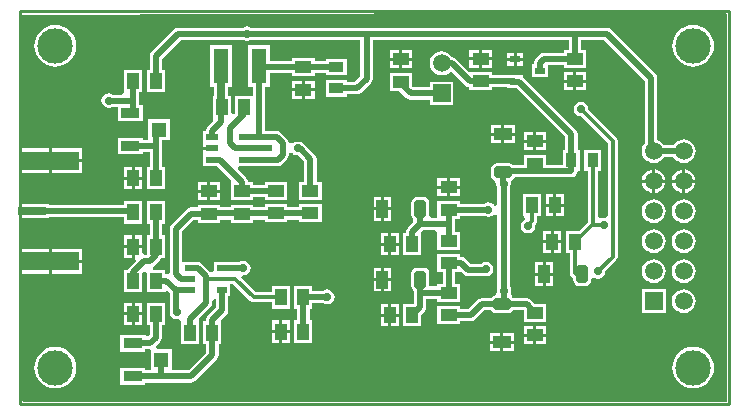
<source format=gtl>
G04 Layer_Physical_Order=1*
G04 Layer_Color=255*
%FSLAX44Y44*%
%MOMM*%
G71*
G01*
G75*
%ADD10R,4.9000X1.6000*%
%ADD11R,2.3500X0.7000*%
%ADD12R,1.0000X0.5500*%
%ADD13R,0.9000X0.5500*%
%ADD14R,1.3970X1.0160*%
%ADD15R,0.8500X0.6000*%
%ADD16R,1.0160X1.3970*%
%ADD17R,1.0000X1.5000*%
G04:AMPARAMS|DCode=18|XSize=1mm|YSize=1.5mm|CornerRadius=0.25mm|HoleSize=0mm|Usage=FLASHONLY|Rotation=180.000|XOffset=0mm|YOffset=0mm|HoleType=Round|Shape=RoundedRectangle|*
%AMROUNDEDRECTD18*
21,1,1.0000,1.0000,0,0,180.0*
21,1,0.5000,1.5000,0,0,180.0*
1,1,0.5000,-0.2500,0.5000*
1,1,0.5000,0.2500,0.5000*
1,1,0.5000,0.2500,-0.5000*
1,1,0.5000,-0.2500,-0.5000*
%
%ADD18ROUNDEDRECTD18*%
%ADD19R,0.6000X0.6000*%
G04:AMPARAMS|DCode=20|XSize=0.6mm|YSize=0.6mm|CornerRadius=0.15mm|HoleSize=0mm|Usage=FLASHONLY|Rotation=180.000|XOffset=0mm|YOffset=0mm|HoleType=Round|Shape=RoundedRectangle|*
%AMROUNDEDRECTD20*
21,1,0.6000,0.3000,0,0,180.0*
21,1,0.3000,0.6000,0,0,180.0*
1,1,0.3000,-0.1500,0.1500*
1,1,0.3000,0.1500,0.1500*
1,1,0.3000,0.1500,-0.1500*
1,1,0.3000,-0.1500,-0.1500*
%
%ADD20ROUNDEDRECTD20*%
%ADD21R,1.3000X3.0000*%
%ADD22R,1.2500X0.9000*%
%ADD23R,1.6000X0.9000*%
%ADD24R,1.3000X1.3000*%
%ADD25R,1.5000X1.0000*%
G04:AMPARAMS|DCode=26|XSize=1mm|YSize=1.5mm|CornerRadius=0.25mm|HoleSize=0mm|Usage=FLASHONLY|Rotation=270.000|XOffset=0mm|YOffset=0mm|HoleType=Round|Shape=RoundedRectangle|*
%AMROUNDEDRECTD26*
21,1,1.0000,1.0000,0,0,270.0*
21,1,0.5000,1.5000,0,0,270.0*
1,1,0.5000,-0.5000,-0.2500*
1,1,0.5000,-0.5000,0.2500*
1,1,0.5000,0.5000,0.2500*
1,1,0.5000,0.5000,-0.2500*
%
%ADD26ROUNDEDRECTD26*%
%ADD27R,0.9000X1.2500*%
%ADD28C,0.5080*%
%ADD29C,0.3048*%
%ADD30C,0.6350*%
%ADD31C,0.2540*%
%ADD32C,1.5000*%
%ADD33R,1.5000X1.5000*%
%ADD34R,1.5000X1.5000*%
%ADD35C,3.0000*%
%ADD36C,0.7112*%
G36*
X949000Y775916D02*
Y448250D01*
X353342D01*
X351750Y450250D01*
Y556960D01*
X374480D01*
Y567500D01*
Y578040D01*
X351750D01*
Y603960D01*
X374290D01*
Y604821D01*
X438330D01*
Y599475D01*
X453570D01*
Y618525D01*
X438330D01*
Y615179D01*
X374290D01*
Y616040D01*
X351750D01*
Y641960D01*
X374480D01*
Y652500D01*
Y663040D01*
X351750D01*
Y776250D01*
X946665Y778244D01*
X949000Y775916D01*
D02*
G37*
%LPC*%
G36*
X670570Y580730D02*
X664220D01*
Y572475D01*
X670570D01*
Y580730D01*
D02*
G37*
G36*
X661680D02*
X655330D01*
Y572475D01*
X661680D01*
Y580730D01*
D02*
G37*
G36*
X886600Y594727D02*
X883979Y594382D01*
X881537Y593370D01*
X879439Y591761D01*
X877830Y589663D01*
X876818Y587221D01*
X876473Y584600D01*
X876818Y581979D01*
X877830Y579537D01*
X879439Y577439D01*
X881537Y575830D01*
X883979Y574818D01*
X886600Y574473D01*
X889221Y574818D01*
X891663Y575830D01*
X893761Y577439D01*
X895370Y579537D01*
X896382Y581979D01*
X896727Y584600D01*
X896382Y587221D01*
X895370Y589663D01*
X893761Y591761D01*
X891663Y593370D01*
X889221Y594382D01*
X886600Y594727D01*
D02*
G37*
G36*
X808570Y582730D02*
X802220D01*
Y574475D01*
X808570D01*
Y582730D01*
D02*
G37*
G36*
X799680D02*
X793330D01*
Y574475D01*
X799680D01*
Y582730D01*
D02*
G37*
G36*
X912000Y594727D02*
X909379Y594382D01*
X906937Y593370D01*
X904839Y591761D01*
X903230Y589663D01*
X902218Y587221D01*
X901873Y584600D01*
X902218Y581979D01*
X903230Y579537D01*
X904839Y577439D01*
X906937Y575830D01*
X909379Y574818D01*
X912000Y574473D01*
X914621Y574818D01*
X917063Y575830D01*
X919161Y577439D01*
X920770Y579537D01*
X921782Y581979D01*
X922127Y584600D01*
X921782Y587221D01*
X920770Y589663D01*
X919161Y591761D01*
X917063Y593370D01*
X914621Y594382D01*
X912000Y594727D01*
D02*
G37*
G36*
X444680Y578730D02*
X438330D01*
Y570475D01*
X444680D01*
Y578730D01*
D02*
G37*
G36*
X664480Y562040D02*
X658210D01*
Y553270D01*
X664480D01*
Y562040D01*
D02*
G37*
G36*
X655670D02*
X649400D01*
Y553270D01*
X655670D01*
Y562040D01*
D02*
G37*
G36*
X912000Y569327D02*
X909379Y568982D01*
X906937Y567970D01*
X904839Y566361D01*
X903230Y564263D01*
X902218Y561821D01*
X901873Y559200D01*
X902218Y556579D01*
X903230Y554137D01*
X904839Y552039D01*
X906937Y550430D01*
X909379Y549418D01*
X912000Y549073D01*
X914621Y549418D01*
X917063Y550430D01*
X919161Y552039D01*
X920770Y554137D01*
X921782Y556579D01*
X922127Y559200D01*
X921782Y561821D01*
X920770Y564263D01*
X919161Y566361D01*
X917063Y567970D01*
X914621Y568982D01*
X912000Y569327D01*
D02*
G37*
G36*
X402790Y566230D02*
X377020D01*
Y556960D01*
X402790D01*
Y566230D01*
D02*
G37*
G36*
Y578040D02*
X377020D01*
Y568770D01*
X402790D01*
Y578040D01*
D02*
G37*
G36*
X801540Y566627D02*
X795270D01*
Y557856D01*
X801540D01*
Y566627D01*
D02*
G37*
G36*
X792730D02*
X786460D01*
Y557856D01*
X792730D01*
Y566627D01*
D02*
G37*
G36*
X444680Y589525D02*
X438330D01*
Y581270D01*
X444680D01*
Y589525D01*
D02*
G37*
G36*
X655670Y610730D02*
X649400D01*
Y601960D01*
X655670D01*
Y610730D01*
D02*
G37*
G36*
X472620Y618525D02*
X457380D01*
Y599475D01*
X459821D01*
Y589525D01*
X457380D01*
Y573205D01*
X455736Y572950D01*
X453570Y574785D01*
Y578730D01*
X447220D01*
Y570475D01*
X447331D01*
X448303Y568128D01*
X442287Y562113D01*
X441227Y560525D01*
X438330D01*
Y541475D01*
X453570D01*
Y557966D01*
X454840Y558949D01*
X457380Y557788D01*
Y541475D01*
X472620D01*
Y541736D01*
X474967Y542708D01*
X476820Y540855D01*
Y526000D01*
X477052Y524837D01*
X477035Y524750D01*
X477508Y522371D01*
X478855Y520355D01*
X480872Y519008D01*
X483250Y518535D01*
X484622Y518807D01*
X486591Y516998D01*
X486675Y516823D01*
X486584Y516525D01*
X486380D01*
Y497475D01*
X501620D01*
Y516525D01*
X501620D01*
X501390Y519065D01*
X511162Y528838D01*
X512285Y530518D01*
X512679Y532500D01*
Y534173D01*
X515042Y536130D01*
X515821Y535903D01*
Y528145D01*
X509388Y521712D01*
X508265Y520032D01*
X507870Y518050D01*
Y516525D01*
X505430D01*
Y497475D01*
X507870D01*
Y490195D01*
X492855Y475179D01*
X478940D01*
Y493040D01*
X466457D01*
X465405Y495580D01*
X468713Y498887D01*
X469835Y500568D01*
X470229Y502550D01*
Y513475D01*
X472670D01*
Y532525D01*
X457430D01*
Y513475D01*
X459870D01*
Y505529D01*
X458680Y504485D01*
X456140Y505040D01*
Y505040D01*
X435060D01*
Y490960D01*
X456140D01*
Y492821D01*
X459155D01*
X460500Y492821D01*
X460860Y492525D01*
X460860Y475179D01*
X456140D01*
Y477040D01*
X435060D01*
Y462960D01*
X456140D01*
Y464821D01*
X495000D01*
X496982Y465215D01*
X498662Y466338D01*
X516712Y484388D01*
X517835Y486068D01*
X518229Y488050D01*
X518229Y488050D01*
Y497475D01*
X520670D01*
Y516525D01*
X520670D01*
X520137Y517812D01*
X524662Y522337D01*
X524663Y522337D01*
X525785Y524018D01*
X526180Y526000D01*
X526180Y526000D01*
Y537710D01*
X528040D01*
X528040Y548290D01*
X530552Y548356D01*
X530784D01*
X545070Y534070D01*
X546414Y533172D01*
X548000Y532856D01*
X563380D01*
Y527475D01*
X578620D01*
Y546525D01*
X563380D01*
Y541144D01*
X549716D01*
X537577Y553283D01*
X538828Y555624D01*
X539046Y555581D01*
X541424Y556054D01*
X543441Y557401D01*
X544788Y559417D01*
X545261Y561796D01*
X544788Y564174D01*
X543441Y566191D01*
X541424Y567538D01*
X539046Y568011D01*
X536668Y567538D01*
X535825Y566976D01*
X528040D01*
Y567086D01*
X513960D01*
Y559048D01*
X511420Y558277D01*
X511162Y558662D01*
X511162Y558662D01*
X504366Y565458D01*
X502686Y566581D01*
X501148Y566887D01*
Y567086D01*
X487430D01*
Y593105D01*
X497095Y602771D01*
X500475D01*
Y600330D01*
X519525D01*
Y602821D01*
X528475D01*
Y600330D01*
X547525D01*
Y602821D01*
X557475D01*
Y600380D01*
X576525D01*
Y602821D01*
X586475D01*
Y600380D01*
X605525D01*
Y615620D01*
X586475D01*
Y613180D01*
X576525D01*
Y615620D01*
X557475D01*
Y613180D01*
X547525D01*
Y615570D01*
X528475D01*
Y613180D01*
X519525D01*
Y615570D01*
X500475D01*
Y613130D01*
X494950D01*
X492968Y612735D01*
X491287Y611613D01*
X478587Y598912D01*
X477465Y597232D01*
X477071Y595250D01*
Y557961D01*
X477004Y557828D01*
X475160Y556379D01*
X473963Y556673D01*
X472620Y557589D01*
Y560525D01*
X463002D01*
X462506Y563065D01*
X463662Y563838D01*
X468662Y568838D01*
X469757Y570475D01*
X472620D01*
Y589525D01*
X470179D01*
Y599475D01*
X472620D01*
Y618525D01*
D02*
G37*
G36*
X912000Y620127D02*
X909379Y619782D01*
X906937Y618770D01*
X904839Y617161D01*
X903230Y615063D01*
X902218Y612621D01*
X901873Y610000D01*
X902218Y607379D01*
X903230Y604937D01*
X904839Y602839D01*
X906937Y601230D01*
X909379Y600218D01*
X912000Y599873D01*
X914621Y600218D01*
X917063Y601230D01*
X919161Y602839D01*
X920770Y604937D01*
X921782Y607379D01*
X922127Y610000D01*
X921782Y612621D01*
X920770Y615063D01*
X919161Y617161D01*
X917063Y618770D01*
X914621Y619782D01*
X912000Y620127D01*
D02*
G37*
G36*
X664480Y610730D02*
X658210D01*
Y601960D01*
X664480D01*
Y610730D01*
D02*
G37*
G36*
X810670Y613730D02*
X804320D01*
Y605475D01*
X810670D01*
Y613730D01*
D02*
G37*
G36*
X801780D02*
X795430D01*
Y605475D01*
X801780D01*
Y613730D01*
D02*
G37*
G36*
X825000Y702715D02*
X822622Y702242D01*
X820605Y700895D01*
X819258Y698878D01*
X818785Y696500D01*
X819258Y694121D01*
X820605Y692105D01*
X822622Y690758D01*
X825000Y690285D01*
X825296Y690344D01*
X847856Y667784D01*
Y606078D01*
X845316Y604103D01*
X844750Y604215D01*
X842372Y603742D01*
X841684Y603283D01*
X839144Y604640D01*
Y644210D01*
X842040D01*
Y661790D01*
X827960D01*
Y644210D01*
X830856D01*
Y600716D01*
X823665Y593525D01*
X812380D01*
Y574475D01*
X815856D01*
Y557250D01*
X816172Y555664D01*
X817070Y554320D01*
X817734Y553657D01*
X818461Y553170D01*
Y551587D01*
X818852Y549620D01*
X819966Y547953D01*
X821633Y546839D01*
X823600Y546448D01*
X828600D01*
X830566Y546839D01*
X832233Y547953D01*
X833347Y549620D01*
X833738Y551587D01*
Y552463D01*
X836278Y553821D01*
X837122Y553258D01*
X839500Y552785D01*
X841879Y553258D01*
X843895Y554605D01*
X845242Y556622D01*
X845715Y559000D01*
X845657Y559296D01*
X854930Y568570D01*
X855828Y569914D01*
X856144Y571500D01*
Y669500D01*
X855828Y671086D01*
X854930Y672430D01*
X831156Y696204D01*
X831215Y696500D01*
X830742Y698878D01*
X829395Y700895D01*
X827378Y702242D01*
X825000Y702715D01*
D02*
G37*
G36*
X670570Y591525D02*
X664220D01*
Y583270D01*
X670570D01*
Y591525D01*
D02*
G37*
G36*
X661680D02*
X655330D01*
Y583270D01*
X661680D01*
Y591525D01*
D02*
G37*
G36*
X453570Y589525D02*
X447220D01*
Y581270D01*
X453570D01*
Y589525D01*
D02*
G37*
G36*
X799680Y593525D02*
X793330D01*
Y585270D01*
X799680D01*
Y593525D01*
D02*
G37*
G36*
X886600Y620127D02*
X883979Y619782D01*
X881537Y618770D01*
X879439Y617161D01*
X877830Y615063D01*
X876818Y612621D01*
X876473Y610000D01*
X876818Y607379D01*
X877830Y604937D01*
X879439Y602839D01*
X881537Y601230D01*
X883979Y600218D01*
X886600Y599873D01*
X889221Y600218D01*
X891663Y601230D01*
X893761Y602839D01*
X895370Y604937D01*
X896382Y607379D01*
X896727Y610000D01*
X896382Y612621D01*
X895370Y615063D01*
X893761Y617161D01*
X891663Y618770D01*
X889221Y619782D01*
X886600Y620127D01*
D02*
G37*
G36*
X791620Y624525D02*
X776380D01*
Y605475D01*
X776989D01*
X777108Y605173D01*
X777411Y602935D01*
X775855Y601895D01*
X774508Y599879D01*
X774035Y597500D01*
X774508Y595121D01*
X775855Y593105D01*
X777871Y591758D01*
X780250Y591285D01*
X782628Y591758D01*
X784645Y593105D01*
X785992Y595121D01*
X786465Y597500D01*
X786282Y598422D01*
X786930Y599070D01*
X787828Y600414D01*
X788144Y602000D01*
Y605475D01*
X791620D01*
Y624525D01*
D02*
G37*
G36*
X808570Y593525D02*
X802220D01*
Y585270D01*
X808570D01*
Y593525D01*
D02*
G37*
G36*
X886600Y569327D02*
X883979Y568982D01*
X881537Y567970D01*
X879439Y566361D01*
X877830Y564263D01*
X876818Y561821D01*
X876473Y559200D01*
X876818Y556579D01*
X877830Y554137D01*
X879439Y552039D01*
X881537Y550430D01*
X883979Y549418D01*
X886600Y549073D01*
X889221Y549418D01*
X891663Y550430D01*
X893761Y552039D01*
X895370Y554137D01*
X896382Y556579D01*
X896727Y559200D01*
X896382Y561821D01*
X895370Y564263D01*
X893761Y566361D01*
X891663Y567970D01*
X889221Y568982D01*
X886600Y569327D01*
D02*
G37*
G36*
X784730Y512570D02*
X776475D01*
Y506220D01*
X784730D01*
Y512570D01*
D02*
G37*
G36*
X768040Y506480D02*
X759270D01*
Y500210D01*
X768040D01*
Y506480D01*
D02*
G37*
G36*
X756730D02*
X747960D01*
Y500210D01*
X756730D01*
Y506480D01*
D02*
G37*
G36*
X795525Y512570D02*
X787270D01*
Y506220D01*
X795525D01*
Y512570D01*
D02*
G37*
G36*
X661680Y520730D02*
X655330D01*
Y512475D01*
X661680D01*
Y520730D01*
D02*
G37*
G36*
X578620Y517525D02*
X572270D01*
Y509270D01*
X578620D01*
Y517525D01*
D02*
G37*
G36*
X569730D02*
X563380D01*
Y509270D01*
X569730D01*
Y517525D01*
D02*
G37*
G36*
X578620Y506730D02*
X572270D01*
Y498475D01*
X578620D01*
Y506730D01*
D02*
G37*
G36*
X756730Y497670D02*
X747960D01*
Y491400D01*
X756730D01*
Y497670D01*
D02*
G37*
G36*
X920000Y495125D02*
X916562Y494786D01*
X913255Y493783D01*
X910208Y492155D01*
X907537Y489963D01*
X905346Y487292D01*
X903717Y484245D01*
X902714Y480938D01*
X902375Y477500D01*
X902714Y474062D01*
X903717Y470755D01*
X905346Y467708D01*
X907537Y465037D01*
X910208Y462845D01*
X913255Y461217D01*
X916562Y460214D01*
X920000Y459875D01*
X923438Y460214D01*
X926745Y461217D01*
X929792Y462845D01*
X932463Y465037D01*
X934654Y467708D01*
X936283Y470755D01*
X937286Y474062D01*
X937625Y477500D01*
X937286Y480938D01*
X936283Y484245D01*
X934654Y487292D01*
X932463Y489963D01*
X929792Y492155D01*
X926745Y493783D01*
X923438Y494786D01*
X920000Y495125D01*
D02*
G37*
G36*
X380000D02*
X376562Y494786D01*
X373255Y493783D01*
X370208Y492155D01*
X367537Y489963D01*
X365345Y487292D01*
X363717Y484245D01*
X362714Y480938D01*
X362375Y477500D01*
X362714Y474062D01*
X363717Y470755D01*
X365345Y467708D01*
X367537Y465037D01*
X370208Y462845D01*
X373255Y461217D01*
X376562Y460214D01*
X380000Y459875D01*
X383438Y460214D01*
X386745Y461217D01*
X389792Y462845D01*
X392463Y465037D01*
X394655Y467708D01*
X396283Y470755D01*
X397286Y474062D01*
X397625Y477500D01*
X397286Y480938D01*
X396283Y484245D01*
X394655Y487292D01*
X392463Y489963D01*
X389792Y492155D01*
X386745Y493783D01*
X383438Y494786D01*
X380000Y495125D01*
D02*
G37*
G36*
X768040Y497670D02*
X759270D01*
Y491400D01*
X768040D01*
Y497670D01*
D02*
G37*
G36*
X569730Y506730D02*
X563380D01*
Y498475D01*
X569730D01*
Y506730D01*
D02*
G37*
G36*
X795525Y503680D02*
X787270D01*
Y497330D01*
X795525D01*
Y503680D01*
D02*
G37*
G36*
X784730D02*
X776475D01*
Y497330D01*
X784730D01*
Y503680D01*
D02*
G37*
G36*
X655670Y550730D02*
X649400D01*
Y541960D01*
X655670D01*
Y550730D01*
D02*
G37*
G36*
X597670Y546525D02*
X582430D01*
Y527475D01*
X584870D01*
Y517525D01*
X582430D01*
Y498475D01*
X597670D01*
Y517525D01*
X595229D01*
Y527475D01*
X597670D01*
Y531820D01*
X607493D01*
X608750Y531571D01*
X608781Y531577D01*
X610250Y531285D01*
X612629Y531758D01*
X614645Y533105D01*
X615992Y535121D01*
X616465Y537500D01*
X615992Y539879D01*
X614645Y541895D01*
X612629Y543242D01*
X610250Y543715D01*
X607872Y543242D01*
X606281Y542179D01*
X597670D01*
Y546525D01*
D02*
G37*
G36*
X453620Y532525D02*
X447270D01*
Y524270D01*
X453620D01*
Y532525D01*
D02*
G37*
G36*
X664480Y550730D02*
X658210D01*
Y541960D01*
X664480D01*
Y550730D01*
D02*
G37*
G36*
X801540Y555317D02*
X795270D01*
Y546547D01*
X801540D01*
Y555317D01*
D02*
G37*
G36*
X792730D02*
X786460D01*
Y546547D01*
X792730D01*
Y555317D01*
D02*
G37*
G36*
X722525Y573570D02*
X703475D01*
Y558330D01*
X707821D01*
Y548620D01*
X703475D01*
Y546180D01*
X697352D01*
X696679Y547000D01*
Y557000D01*
X696287Y558966D01*
X695173Y560634D01*
X693506Y561748D01*
X691540Y562139D01*
X686540D01*
X684573Y561748D01*
X682906Y560634D01*
X681792Y558966D01*
X681401Y557000D01*
Y547000D01*
X681792Y545033D01*
X682906Y543366D01*
X683860Y542729D01*
Y531525D01*
X674380D01*
Y512475D01*
X689620D01*
Y522295D01*
X692702Y525377D01*
X692702Y525377D01*
X693825Y527058D01*
X694219Y529040D01*
Y535821D01*
X703475D01*
Y533380D01*
X722525D01*
Y548620D01*
X718179D01*
Y558330D01*
X722525D01*
Y558330D01*
X723635Y558790D01*
X725837Y556587D01*
X727518Y555465D01*
X729500Y555070D01*
X741750D01*
X742406Y555201D01*
X744500Y554785D01*
X746879Y555258D01*
X748895Y556605D01*
X750242Y558621D01*
X750715Y561000D01*
X750242Y563378D01*
X748895Y565395D01*
X746879Y566742D01*
X744500Y567215D01*
X742122Y566742D01*
X740157Y565429D01*
X731645D01*
X727462Y569613D01*
X725782Y570735D01*
X723800Y571129D01*
X722525D01*
Y573570D01*
D02*
G37*
G36*
X444730Y532525D02*
X438380D01*
Y524270D01*
X444730D01*
Y532525D01*
D02*
G37*
G36*
X453620Y521730D02*
X447270D01*
Y513475D01*
X453620D01*
Y521730D01*
D02*
G37*
G36*
X444730D02*
X438380D01*
Y513475D01*
X444730D01*
Y521730D01*
D02*
G37*
G36*
X670570Y520730D02*
X664220D01*
Y512475D01*
X670570D01*
Y520730D01*
D02*
G37*
G36*
X661680Y531525D02*
X655330D01*
Y523270D01*
X661680D01*
Y531525D01*
D02*
G37*
G36*
X896640Y543840D02*
X876560D01*
Y523760D01*
X896640D01*
Y543840D01*
D02*
G37*
G36*
X912000Y543927D02*
X909379Y543582D01*
X906937Y542570D01*
X904839Y540961D01*
X903230Y538863D01*
X902218Y536421D01*
X901873Y533800D01*
X902218Y531179D01*
X903230Y528737D01*
X904839Y526639D01*
X906937Y525030D01*
X909379Y524018D01*
X912000Y523673D01*
X914621Y524018D01*
X917063Y525030D01*
X919161Y526639D01*
X920770Y528737D01*
X921782Y531179D01*
X922127Y533800D01*
X921782Y536421D01*
X920770Y538863D01*
X919161Y540961D01*
X917063Y542570D01*
X914621Y543582D01*
X912000Y543927D01*
D02*
G37*
G36*
X670570Y531525D02*
X664220D01*
Y523270D01*
X670570D01*
Y531525D01*
D02*
G37*
G36*
X655670Y622040D02*
X649400D01*
Y613270D01*
X655670D01*
Y622040D01*
D02*
G37*
G36*
X818730Y718680D02*
X810475D01*
Y712330D01*
X818730D01*
Y718680D01*
D02*
G37*
G36*
X453620Y729525D02*
X438380D01*
Y710475D01*
X436584Y708680D01*
X428471D01*
X427629Y709242D01*
X425250Y709715D01*
X422872Y709242D01*
X420855Y707895D01*
X419508Y705879D01*
X419035Y703500D01*
X419508Y701122D01*
X420855Y699105D01*
X422872Y697758D01*
X425250Y697285D01*
X427629Y697758D01*
X428471Y698320D01*
X433060D01*
Y685960D01*
X454140D01*
Y700040D01*
X451180D01*
Y710475D01*
X453620D01*
Y729525D01*
D02*
G37*
G36*
X599525Y711680D02*
X591270D01*
Y705330D01*
X599525D01*
Y711680D01*
D02*
G37*
G36*
X829525Y718680D02*
X821270D01*
Y712330D01*
X829525D01*
Y718680D01*
D02*
G37*
G36*
X818730Y727570D02*
X810475D01*
Y721220D01*
X818730D01*
Y727570D01*
D02*
G37*
G36*
X599525Y720570D02*
X591270D01*
Y714220D01*
X599525D01*
Y720570D01*
D02*
G37*
G36*
X588730D02*
X580475D01*
Y714220D01*
X588730D01*
Y720570D01*
D02*
G37*
G36*
Y711680D02*
X580475D01*
Y705330D01*
X588730D01*
Y711680D01*
D02*
G37*
G36*
X795525Y676670D02*
X787270D01*
Y670320D01*
X795525D01*
Y676670D01*
D02*
G37*
G36*
X784730D02*
X776475D01*
Y670320D01*
X784730D01*
Y676670D01*
D02*
G37*
G36*
X476940Y688040D02*
X458860D01*
Y670180D01*
X454140D01*
Y672040D01*
X433060D01*
Y657960D01*
X454140D01*
Y659820D01*
X459870D01*
Y647525D01*
X457430D01*
Y628475D01*
X472670D01*
Y647525D01*
X470229D01*
Y665000D01*
Y669960D01*
X476940D01*
Y688040D01*
D02*
G37*
G36*
X757730Y682540D02*
X748960D01*
Y676270D01*
X757730D01*
Y682540D01*
D02*
G37*
G36*
X682025Y727070D02*
X662975D01*
Y711830D01*
X671345D01*
X677237Y705938D01*
X678918Y704815D01*
X680900Y704420D01*
X696960D01*
Y699560D01*
X717040D01*
Y719640D01*
X696960D01*
Y714780D01*
X683045D01*
X682025Y715800D01*
Y727070D01*
D02*
G37*
G36*
X561448Y750540D02*
X543368D01*
Y715460D01*
X547481D01*
Y707525D01*
X532380D01*
Y692984D01*
X531110Y692001D01*
X528570Y693162D01*
Y707525D01*
X526077D01*
Y715460D01*
X529290D01*
Y750540D01*
X511210D01*
Y715460D01*
X514423D01*
Y707525D01*
X513330D01*
Y688475D01*
X513330D01*
X513610Y685935D01*
X509338Y681663D01*
X508215Y679982D01*
X507821Y678000D01*
Y677950D01*
X505460D01*
Y667370D01*
Y664270D01*
X513000D01*
Y661730D01*
X505460D01*
Y657710D01*
Y648050D01*
X517125D01*
X529084Y636091D01*
X528475Y634620D01*
X528475D01*
Y619380D01*
X547525D01*
Y621820D01*
X557475D01*
Y619430D01*
X576525D01*
Y634670D01*
X557475D01*
Y632179D01*
X547525D01*
Y634620D01*
X543156D01*
X542785Y636482D01*
X541662Y638162D01*
X534315Y645510D01*
X535367Y648050D01*
X547940D01*
Y648160D01*
X568340D01*
X570322Y648555D01*
X572002Y649678D01*
X576162Y653838D01*
X577285Y655518D01*
X577679Y657500D01*
Y659547D01*
X580194Y659924D01*
X581087Y658587D01*
X582424Y657694D01*
X584000Y657381D01*
X585294D01*
X590821Y651855D01*
Y634670D01*
X586475D01*
Y619430D01*
X605525D01*
Y634670D01*
X601180D01*
Y654000D01*
X600785Y655982D01*
X599663Y657663D01*
X590662Y666663D01*
X590213Y666963D01*
X589913Y667413D01*
X588576Y668306D01*
X587000Y668619D01*
X584000D01*
X582424Y668306D01*
X581087Y667413D01*
X578036Y667253D01*
X577679Y667500D01*
X577285Y669482D01*
X576162Y671162D01*
X571003Y676322D01*
X569322Y677445D01*
X567340Y677840D01*
X557840D01*
Y715460D01*
X561448D01*
Y726821D01*
X580475D01*
Y724380D01*
X599525D01*
Y726821D01*
X609210D01*
Y724960D01*
X626790D01*
Y739040D01*
X609210D01*
Y737179D01*
X599525D01*
Y739620D01*
X580475D01*
Y737179D01*
X561448D01*
Y750540D01*
D02*
G37*
G36*
X769040Y682540D02*
X760270D01*
Y676270D01*
X769040D01*
Y682540D01*
D02*
G37*
G36*
X682025Y746120D02*
X673770D01*
Y739770D01*
X682025D01*
Y746120D01*
D02*
G37*
G36*
X671230D02*
X662975D01*
Y739770D01*
X671230D01*
Y746120D01*
D02*
G37*
G36*
X776040Y737230D02*
X770520D01*
Y732960D01*
X776040D01*
Y737230D01*
D02*
G37*
G36*
X767980Y744040D02*
X762460D01*
Y739770D01*
X767980D01*
Y744040D01*
D02*
G37*
G36*
X749525Y746670D02*
X741270D01*
Y740320D01*
X749525D01*
Y746670D01*
D02*
G37*
G36*
X738730D02*
X730475D01*
Y740320D01*
X738730D01*
Y746670D01*
D02*
G37*
G36*
X776040Y744040D02*
X770520D01*
Y739770D01*
X776040D01*
Y744040D01*
D02*
G37*
G36*
X767980Y737230D02*
X762460D01*
Y732960D01*
X767980D01*
Y737230D01*
D02*
G37*
G36*
X682025Y737230D02*
X673770D01*
Y730880D01*
X682025D01*
Y737230D01*
D02*
G37*
G36*
X671230D02*
X662975D01*
Y730880D01*
X671230D01*
Y737230D01*
D02*
G37*
G36*
X829525Y727570D02*
X821270D01*
Y721220D01*
X829525D01*
Y727570D01*
D02*
G37*
G36*
X738730Y737780D02*
X730475D01*
Y731430D01*
X738730D01*
Y737780D01*
D02*
G37*
G36*
X920000Y767625D02*
X916562Y767286D01*
X913255Y766283D01*
X910208Y764654D01*
X907537Y762463D01*
X905346Y759792D01*
X903717Y756745D01*
X902714Y753438D01*
X902375Y750000D01*
X902714Y746562D01*
X903717Y743255D01*
X905346Y740208D01*
X907537Y737537D01*
X910208Y735346D01*
X913255Y733717D01*
X916562Y732714D01*
X920000Y732375D01*
X923438Y732714D01*
X926745Y733717D01*
X929792Y735346D01*
X932463Y737537D01*
X934654Y740208D01*
X936283Y743255D01*
X937286Y746562D01*
X937625Y750000D01*
X937286Y753438D01*
X936283Y756745D01*
X934654Y759792D01*
X932463Y762463D01*
X929792Y764654D01*
X926745Y766283D01*
X923438Y767286D01*
X920000Y767625D01*
D02*
G37*
G36*
X380000D02*
X376562Y767286D01*
X373255Y766283D01*
X370208Y764654D01*
X367537Y762463D01*
X365345Y759792D01*
X363717Y756745D01*
X362714Y753438D01*
X362375Y750000D01*
X362714Y746562D01*
X363717Y743255D01*
X365345Y740208D01*
X367537Y737537D01*
X370208Y735346D01*
X373255Y733717D01*
X376562Y732714D01*
X380000Y732375D01*
X383438Y732714D01*
X386745Y733717D01*
X389792Y735346D01*
X392463Y737537D01*
X394655Y740208D01*
X396283Y743255D01*
X397286Y746562D01*
X397625Y750000D01*
X397286Y753438D01*
X396283Y756745D01*
X394655Y759792D01*
X392463Y762463D01*
X389792Y764654D01*
X386745Y766283D01*
X383438Y767286D01*
X380000Y767625D01*
D02*
G37*
G36*
X749525Y737780D02*
X741270D01*
Y731430D01*
X749525D01*
Y737780D01*
D02*
G37*
G36*
X769040Y673730D02*
X760270D01*
Y667460D01*
X769040D01*
Y673730D01*
D02*
G37*
G36*
X921960Y634130D02*
X913270D01*
Y625441D01*
X914621Y625618D01*
X917063Y626630D01*
X919161Y628239D01*
X920770Y630337D01*
X921782Y632779D01*
X921960Y634130D01*
D02*
G37*
G36*
X896560D02*
X887870D01*
Y625441D01*
X889221Y625618D01*
X891663Y626630D01*
X893761Y628239D01*
X895370Y630337D01*
X896382Y632779D01*
X896560Y634130D01*
D02*
G37*
G36*
X910730D02*
X902041D01*
X902218Y632779D01*
X903230Y630337D01*
X904839Y628239D01*
X906937Y626630D01*
X909379Y625618D01*
X910730Y625441D01*
Y634130D01*
D02*
G37*
G36*
X508730Y634620D02*
X500475D01*
Y628270D01*
X508730D01*
Y634620D01*
D02*
G37*
G36*
X453620Y636730D02*
X447270D01*
Y628475D01*
X453620D01*
Y636730D01*
D02*
G37*
G36*
X444730D02*
X438380D01*
Y628475D01*
X444730D01*
Y636730D01*
D02*
G37*
G36*
X519525Y634620D02*
X511270D01*
Y628270D01*
X519525D01*
Y634620D01*
D02*
G37*
G36*
X885330Y634130D02*
X876641D01*
X876818Y632779D01*
X877830Y630337D01*
X879439Y628239D01*
X881537Y626630D01*
X883979Y625618D01*
X885330Y625441D01*
Y634130D01*
D02*
G37*
G36*
X810670Y624525D02*
X804320D01*
Y616270D01*
X810670D01*
Y624525D01*
D02*
G37*
G36*
X801780D02*
X795430D01*
Y616270D01*
X801780D01*
Y624525D01*
D02*
G37*
G36*
X664480Y622040D02*
X658210D01*
Y613270D01*
X664480D01*
Y622040D01*
D02*
G37*
G36*
X508730Y625730D02*
X500475D01*
Y619380D01*
X508730D01*
Y625730D01*
D02*
G37*
G36*
X722525Y628780D02*
X714270D01*
Y622430D01*
X722525D01*
Y628780D01*
D02*
G37*
G36*
X711730D02*
X703475D01*
Y622430D01*
X711730D01*
Y628780D01*
D02*
G37*
G36*
X519525Y625730D02*
X511270D01*
Y619380D01*
X519525D01*
Y625730D01*
D02*
G37*
G36*
X542250Y766465D02*
X539871Y765992D01*
X539029Y765430D01*
X484000D01*
X482018Y765035D01*
X480337Y763913D01*
X461387Y744962D01*
X460265Y743282D01*
X459870Y741300D01*
Y729525D01*
X457430D01*
Y710475D01*
X472670D01*
Y729525D01*
X470229D01*
Y739155D01*
X486145Y755070D01*
X539029D01*
X539871Y754508D01*
X542250Y754035D01*
X544629Y754508D01*
X545471Y755070D01*
X638321D01*
Y724145D01*
X633355Y719180D01*
X626790D01*
Y721040D01*
X609210D01*
Y706960D01*
X626790D01*
Y708820D01*
X635500D01*
X637482Y709215D01*
X639162Y710338D01*
X647162Y718337D01*
X648285Y720018D01*
X648680Y722000D01*
Y755070D01*
X814820D01*
Y746620D01*
X810475D01*
Y744180D01*
X794000D01*
X792018Y743785D01*
X790338Y742663D01*
X790338Y742662D01*
X787087Y739413D01*
X785965Y737732D01*
X785571Y735750D01*
Y734540D01*
X783960D01*
Y723460D01*
X797540D01*
Y733820D01*
X810475D01*
Y731380D01*
X829525D01*
Y746620D01*
X825180D01*
Y755070D01*
X844605D01*
X879420Y720255D01*
Y667936D01*
X877830Y665863D01*
X876818Y663421D01*
X876473Y660800D01*
X876818Y658179D01*
X877830Y655737D01*
X879439Y653639D01*
X881537Y652030D01*
X883979Y651018D01*
X886600Y650673D01*
X889221Y651018D01*
X891663Y652030D01*
X893761Y653639D01*
X895281Y655620D01*
X903319D01*
X904839Y653639D01*
X906937Y652030D01*
X909379Y651018D01*
X912000Y650673D01*
X914621Y651018D01*
X917063Y652030D01*
X919161Y653639D01*
X920770Y655737D01*
X921782Y658179D01*
X922127Y660800D01*
X921782Y663421D01*
X920770Y665863D01*
X919161Y667961D01*
X917063Y669570D01*
X914621Y670582D01*
X912000Y670927D01*
X909379Y670582D01*
X906937Y669570D01*
X904839Y667961D01*
X903319Y665980D01*
X895281D01*
X893761Y667961D01*
X891663Y669570D01*
X889780Y670350D01*
Y722400D01*
X889385Y724382D01*
X888262Y726062D01*
X850413Y763913D01*
X848732Y765035D01*
X846750Y765430D01*
X545471D01*
X544629Y765992D01*
X542250Y766465D01*
D02*
G37*
G36*
X707000Y745127D02*
X704379Y744782D01*
X701937Y743770D01*
X699839Y742161D01*
X698230Y740063D01*
X697218Y737621D01*
X696873Y735000D01*
X697218Y732379D01*
X698230Y729937D01*
X699839Y727839D01*
X701937Y726230D01*
X704379Y725218D01*
X707000Y724873D01*
X709621Y725218D01*
X712063Y726230D01*
X714161Y727839D01*
X715498Y727927D01*
X727087Y716338D01*
X728768Y715215D01*
X730475Y714875D01*
Y712380D01*
X749525D01*
Y714820D01*
X762460D01*
Y713960D01*
X770715D01*
X811821Y672855D01*
Y661790D01*
X809960D01*
Y649180D01*
X795525D01*
Y657620D01*
X776475D01*
Y649180D01*
X767416D01*
X765966Y650148D01*
X764000Y650539D01*
X754000D01*
X752033Y650148D01*
X750366Y649034D01*
X749252Y647367D01*
X748861Y645400D01*
Y640400D01*
X749252Y638434D01*
X750366Y636767D01*
X751535Y635985D01*
X752033Y635653D01*
X753297Y632812D01*
X753285Y632750D01*
X753758Y630372D01*
X754321Y629529D01*
Y615464D01*
X751780Y614694D01*
X751145Y615645D01*
X749128Y616992D01*
X746750Y617465D01*
X744371Y616992D01*
X743155Y616180D01*
X722525D01*
Y618620D01*
X703475D01*
Y604219D01*
X698566D01*
X696631Y606759D01*
X696679Y607000D01*
Y617000D01*
X696287Y618966D01*
X695173Y620634D01*
X693506Y621748D01*
X691540Y622139D01*
X686540D01*
X684573Y621748D01*
X682906Y620634D01*
X681792Y618966D01*
X681401Y617000D01*
Y607000D01*
X681792Y605033D01*
X682906Y603366D01*
X682940Y603344D01*
X683152Y600477D01*
X678337Y595662D01*
X677215Y593982D01*
X676821Y592000D01*
Y591525D01*
X674380D01*
Y572475D01*
X689620D01*
Y591525D01*
X689620Y591525D01*
X689620D01*
X690849Y593524D01*
X691185Y593860D01*
X701449D01*
X703475Y592620D01*
Y577380D01*
X722525D01*
Y592620D01*
X718179D01*
Y603380D01*
X722525D01*
Y605821D01*
X743903D01*
X744371Y605508D01*
X746750Y605035D01*
X749128Y605508D01*
X751145Y606855D01*
X751780Y607806D01*
X754321Y607036D01*
Y545223D01*
X754258Y545129D01*
X753785Y542750D01*
X754089Y541219D01*
X753538Y539934D01*
X752962Y539101D01*
X752412Y538562D01*
X751033Y538287D01*
X749366Y537174D01*
X748729Y536219D01*
X741040D01*
X739058Y535825D01*
X737377Y534702D01*
X729805Y527130D01*
X722525D01*
Y529570D01*
X703475D01*
Y514330D01*
X722525D01*
Y516771D01*
X731950D01*
X733932Y517165D01*
X735612Y518288D01*
X743185Y525860D01*
X748729D01*
X749366Y524906D01*
X751033Y523792D01*
X753000Y523401D01*
X763000D01*
X764967Y523792D01*
X766634Y524906D01*
X767271Y525860D01*
X776475D01*
Y516380D01*
X795525D01*
Y531620D01*
X785705D01*
X782623Y534702D01*
X780942Y535825D01*
X778960Y536219D01*
X767271D01*
X766634Y537174D01*
X766256Y537426D01*
X765742Y540372D01*
X766215Y542750D01*
X765742Y545129D01*
X764679Y546719D01*
Y629529D01*
X765242Y630372D01*
X765715Y632750D01*
X765665Y633003D01*
X765963Y635624D01*
X767336Y636568D01*
X767634Y636767D01*
X768748Y638434D01*
X768824Y638820D01*
X817000D01*
X818982Y639215D01*
X820663Y640338D01*
X821785Y642018D01*
X822179Y644000D01*
Y644210D01*
X824040D01*
Y661790D01*
X822179D01*
Y675000D01*
X821785Y676982D01*
X820663Y678662D01*
X776162Y723163D01*
X776040Y723244D01*
Y725040D01*
X769451D01*
X768750Y725180D01*
X749525D01*
Y727620D01*
X730475D01*
X730475Y727620D01*
Y727620D01*
X728761Y729314D01*
X719413Y738662D01*
X717732Y739785D01*
X715750Y740180D01*
X715681D01*
X714161Y742161D01*
X712063Y743770D01*
X709621Y744782D01*
X707000Y745127D01*
D02*
G37*
G36*
X402790Y651230D02*
X377020D01*
Y641960D01*
X402790D01*
Y651230D01*
D02*
G37*
G36*
Y663040D02*
X377020D01*
Y653770D01*
X402790D01*
Y663040D01*
D02*
G37*
G36*
X757730Y673730D02*
X748960D01*
Y667460D01*
X757730D01*
Y673730D01*
D02*
G37*
G36*
X795525Y667780D02*
X787270D01*
Y661430D01*
X795525D01*
Y667780D01*
D02*
G37*
G36*
X784730D02*
X776475D01*
Y661430D01*
X784730D01*
Y667780D01*
D02*
G37*
G36*
X453620Y647525D02*
X447270D01*
Y639270D01*
X453620D01*
Y647525D01*
D02*
G37*
G36*
X885330Y645359D02*
X883979Y645182D01*
X881537Y644170D01*
X879439Y642561D01*
X877830Y640463D01*
X876818Y638021D01*
X876641Y636670D01*
X885330D01*
Y645359D01*
D02*
G37*
G36*
X722525Y637670D02*
X714270D01*
Y631320D01*
X722525D01*
Y637670D01*
D02*
G37*
G36*
X711730D02*
X703475D01*
Y631320D01*
X711730D01*
Y637670D01*
D02*
G37*
G36*
X910730Y645359D02*
X909379Y645182D01*
X906937Y644170D01*
X904839Y642561D01*
X903230Y640463D01*
X902218Y638021D01*
X902041Y636670D01*
X910730D01*
Y645359D01*
D02*
G37*
G36*
X444730Y647525D02*
X438380D01*
Y639270D01*
X444730D01*
Y647525D01*
D02*
G37*
G36*
X913270Y645359D02*
Y636670D01*
X921960D01*
X921782Y638021D01*
X920770Y640463D01*
X919161Y642561D01*
X917063Y644170D01*
X914621Y645182D01*
X913270Y645359D01*
D02*
G37*
G36*
X887870D02*
Y636670D01*
X896560D01*
X896382Y638021D01*
X895370Y640463D01*
X893761Y642561D01*
X891663Y644170D01*
X889221Y645182D01*
X887870Y645359D01*
D02*
G37*
%LPD*%
D10*
X375750Y652500D02*
D03*
Y567500D02*
D03*
D11*
X360000Y610000D02*
D03*
D12*
X540432Y672660D02*
D03*
Y663000D02*
D03*
X513000Y672660D02*
D03*
Y663000D02*
D03*
X540400Y653340D02*
D03*
X513000D02*
D03*
D13*
X521000Y561796D02*
D03*
X494108D02*
D03*
Y552398D02*
D03*
X521000Y543000D02*
D03*
X494108D02*
D03*
D14*
X740000Y720000D02*
D03*
Y739050D02*
D03*
X820000Y739000D02*
D03*
Y719950D02*
D03*
X672500Y738500D02*
D03*
Y719450D02*
D03*
X713000Y541000D02*
D03*
Y521950D02*
D03*
Y585000D02*
D03*
Y565950D02*
D03*
Y630050D02*
D03*
Y611000D02*
D03*
X590000Y732000D02*
D03*
Y712950D02*
D03*
X510000Y607950D02*
D03*
Y627000D02*
D03*
X567000Y627050D02*
D03*
Y608000D02*
D03*
X596000D02*
D03*
Y627050D02*
D03*
X538000Y607950D02*
D03*
Y627000D02*
D03*
X786000Y524000D02*
D03*
Y504950D02*
D03*
Y650000D02*
D03*
Y669050D02*
D03*
D15*
X790750Y729000D02*
D03*
X769250Y719500D02*
D03*
Y738500D02*
D03*
D16*
X446000Y720000D02*
D03*
X465050D02*
D03*
X682000Y522000D02*
D03*
X662950D02*
D03*
X682000Y582000D02*
D03*
X662950D02*
D03*
X520950Y698000D02*
D03*
X540000D02*
D03*
X590050Y537000D02*
D03*
X571000D02*
D03*
X590050Y508000D02*
D03*
X571000D02*
D03*
X494000Y507000D02*
D03*
X513050D02*
D03*
X465050Y523000D02*
D03*
X446000D02*
D03*
Y638000D02*
D03*
X465050D02*
D03*
X465000Y551000D02*
D03*
X445950D02*
D03*
X465000Y580000D02*
D03*
X445950D02*
D03*
X465000Y609000D02*
D03*
X445950D02*
D03*
X820000Y584000D02*
D03*
X800950D02*
D03*
X784000Y615000D02*
D03*
X803050D02*
D03*
D17*
X656940Y552000D02*
D03*
Y612000D02*
D03*
X794000Y556586D02*
D03*
D18*
X689040Y552000D02*
D03*
Y612000D02*
D03*
X826100Y556586D02*
D03*
D19*
X561000Y663000D02*
D03*
D20*
X585500D02*
D03*
D21*
X520250Y733000D02*
D03*
X552408D02*
D03*
D22*
X618000Y714000D02*
D03*
Y732000D02*
D03*
D23*
X445600Y498000D02*
D03*
Y470000D02*
D03*
X443600Y693000D02*
D03*
Y665000D02*
D03*
D24*
X469900Y484000D02*
D03*
X467900Y679000D02*
D03*
D25*
X758000Y498940D02*
D03*
X759000Y675000D02*
D03*
D26*
X758000Y531040D02*
D03*
X759000Y642900D02*
D03*
D27*
X835000Y653000D02*
D03*
X817000D02*
D03*
D28*
X884600Y660800D02*
X886600D01*
X484000Y760250D02*
X642750D01*
X886600Y660800D02*
X910000D01*
X760100Y644000D02*
X817000D01*
X759000Y632500D02*
Y642900D01*
X729500Y560250D02*
X741750D01*
X723800Y565950D02*
X729500Y560250D01*
X760000Y533040D02*
Y542750D01*
X759500Y543250D02*
X760000Y542750D01*
X759500Y543250D02*
Y632750D01*
X513000Y672660D02*
Y678000D01*
X520250Y685250D01*
Y698700D01*
X540432Y663000D02*
X561000D01*
X513000Y653340D02*
X519160D01*
X538000Y634500D01*
Y627000D02*
Y634500D01*
Y627000D02*
X566950D01*
X567000Y627050D01*
X585500Y663000D02*
X587000D01*
X596000Y654000D01*
Y627050D02*
Y654000D01*
X510000Y607950D02*
X510050Y608000D01*
X567000D02*
X596000D01*
X540000Y692500D02*
Y698000D01*
X527500Y680000D02*
X540000Y692500D01*
X527500Y667500D02*
Y680000D01*
Y667500D02*
X532000Y663000D01*
X540432D01*
Y672660D02*
X552660D01*
Y732748D01*
Y672660D02*
X567340D01*
X572500Y667500D01*
Y657500D02*
Y667500D01*
X568340Y653340D02*
X572500Y657500D01*
X540400Y653340D02*
X568340D01*
X552660Y732748D02*
X553408Y732000D01*
X590000D02*
X618000D01*
X553408D02*
X590000D01*
X465000Y580000D02*
Y609000D01*
X445950Y551000D02*
Y558450D01*
X455000Y567500D01*
X460000D01*
X465000Y572500D01*
Y580000D01*
X482000Y543000D02*
X494108D01*
X474000Y551000D02*
X482000Y543000D01*
X465000Y551000D02*
X474000D01*
X360000Y610000D02*
X444950D01*
X445950Y609000D01*
X465050Y676150D02*
X467900Y679000D01*
X443600Y665000D02*
X465050D01*
Y676150D01*
Y638000D02*
Y665000D01*
X443600Y693000D02*
X446000Y695400D01*
X445600Y498000D02*
X460500D01*
X465050Y502550D01*
Y523000D01*
X495000Y470000D02*
X513050Y488050D01*
Y507000D01*
X469900Y470400D02*
Y484000D01*
Y470400D02*
X470300Y470000D01*
X445600D02*
X470300D01*
X495000D01*
X521000Y526000D02*
Y543000D01*
X513050Y518050D02*
X521000Y526000D01*
X513050Y507000D02*
Y518050D01*
X494108Y561796D02*
X500704D01*
X507500Y532500D02*
Y555000D01*
X494000Y519000D02*
X507500Y532500D01*
X494000Y507000D02*
Y519000D01*
X500704Y561796D02*
X507500Y555000D01*
X590050Y508000D02*
Y537000D01*
X682000Y582000D02*
Y592000D01*
X689040Y599040D01*
Y612000D01*
Y599040D02*
X712040D01*
X713000Y600000D01*
Y611000D01*
Y585000D02*
Y600000D01*
Y541000D02*
Y565950D01*
X682000Y522000D02*
X689040Y529040D01*
X690040Y541000D02*
X713000D01*
X689040Y540000D02*
X690040Y541000D01*
X689040Y529040D02*
Y540000D01*
Y552000D01*
X713000Y521950D02*
X731950D01*
X741040Y531040D01*
X758000D01*
X778960D01*
X786000Y524000D01*
X672500Y718000D02*
Y719450D01*
Y718000D02*
X680900Y709600D01*
X707000D01*
X618000Y714000D02*
X635500D01*
X643500Y722000D01*
X707000Y735000D02*
X715750D01*
X730750Y720000D01*
X740000D01*
X768750D01*
X769250Y719500D01*
X790750Y729000D02*
Y735750D01*
X794000Y739000D01*
X820000D01*
X818500Y760250D02*
X820000Y758750D01*
Y739000D02*
Y758750D01*
X486352Y552398D02*
X494108D01*
X482250Y556500D02*
X486352Y552398D01*
X482250Y556500D02*
Y595250D01*
X494950Y607950D01*
X510000D01*
X510050Y608000D02*
X567000D01*
X465050Y720000D02*
Y741300D01*
X484000Y760250D01*
X643500Y722000D02*
Y759500D01*
X642750Y760250D02*
X643500Y759500D01*
X642750Y760250D02*
X818500D01*
X817000Y644000D02*
Y653000D01*
X521000Y561796D02*
X539046D01*
X539250Y562000D01*
X482000Y526000D02*
X483250Y524750D01*
X482000Y526000D02*
Y543000D01*
X425250Y703500D02*
X446000D01*
Y695400D02*
Y703500D01*
Y720000D01*
X590050Y537000D02*
X608500D01*
X608750Y536750D01*
X713000Y611000D02*
X745250D01*
X713000Y565950D02*
X723800D01*
X772500Y719500D02*
X817000Y675000D01*
Y653000D02*
Y675000D01*
X769250Y719500D02*
X772500D01*
X759000Y642900D02*
X760100Y644000D01*
X818500Y760250D02*
X846750D01*
X884600Y722400D01*
Y660800D02*
Y722400D01*
D29*
X779750Y597750D02*
X784000Y602000D01*
X548000Y537000D02*
X571000D01*
X510000Y552500D02*
X532500D01*
X548000Y537000D01*
X784000Y602000D02*
Y615000D01*
X758000Y531040D02*
X760000Y533040D01*
X820000Y557250D02*
Y584000D01*
Y557250D02*
X820664Y556586D01*
X826100D01*
X835000Y598250D02*
Y653000D01*
Y598250D02*
X844250D01*
X839500Y559000D02*
X852000Y571500D01*
X834250Y598250D02*
X835000D01*
X820000Y584000D02*
X834250Y598250D01*
X852000Y571500D02*
Y669500D01*
X825000Y696500D02*
X852000Y669500D01*
D30*
X520250Y698700D02*
Y733000D01*
D31*
X350000Y447000D02*
Y779000D01*
X950000D01*
Y447000D02*
Y779000D01*
X350000Y447000D02*
X950000D01*
D32*
X912000Y660800D02*
D03*
Y635400D02*
D03*
Y610000D02*
D03*
Y584600D02*
D03*
Y559200D02*
D03*
X886600Y660800D02*
D03*
Y635400D02*
D03*
Y610000D02*
D03*
Y584600D02*
D03*
Y559200D02*
D03*
X912000Y533800D02*
D03*
X707000Y735000D02*
D03*
D33*
X886600Y533800D02*
D03*
D34*
X707000Y709600D02*
D03*
D35*
X380000Y750000D02*
D03*
Y477500D02*
D03*
X920000Y750000D02*
D03*
Y477500D02*
D03*
D36*
X744500Y561000D02*
D03*
X760000Y542750D02*
D03*
X539046Y561796D02*
D03*
X483250Y524750D02*
D03*
X425250Y703500D02*
D03*
X542250Y760250D02*
D03*
X610250Y537500D02*
D03*
X746750Y611250D02*
D03*
X759500Y632750D02*
D03*
X780250Y597500D02*
D03*
X844750Y598000D02*
D03*
X839500Y559000D02*
D03*
X825000Y696500D02*
D03*
M02*

</source>
